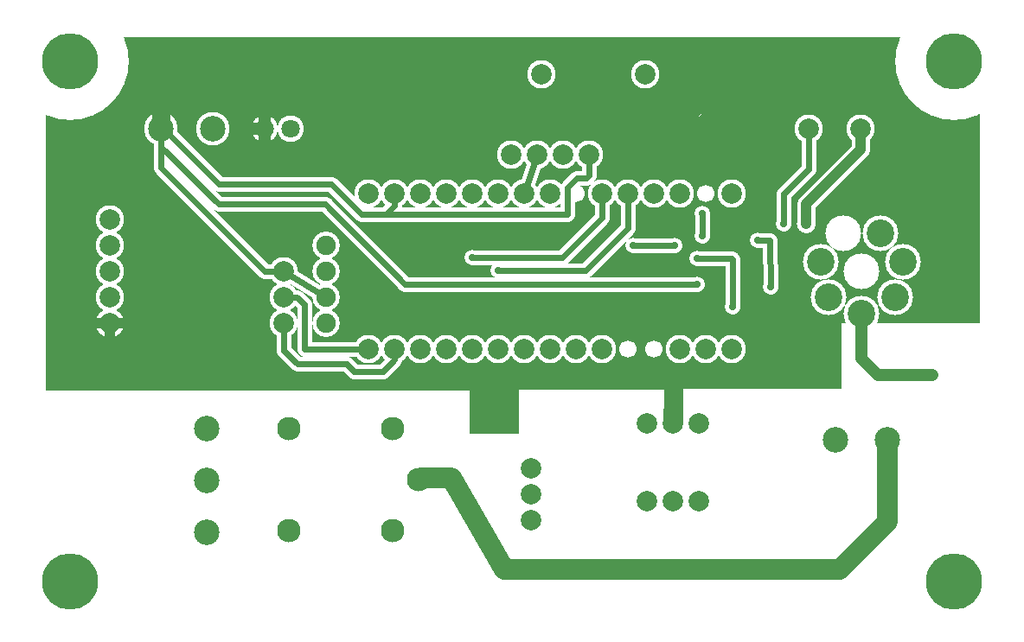
<source format=gbr>
%FSLAX34Y34*%
%MOMM*%
%LNCOPPER_BOTTOM*%
G71*
G01*
%ADD10C, 2.80*%
%ADD11C, 1.70*%
%ADD12C, 3.50*%
%ADD13C, 3.50*%
%ADD14C, 3.10*%
%ADD15C, 1.50*%
%ADD16C, 2.80*%
%ADD17C, 2.80*%
%ADD18C, 3.30*%
%ADD19C, 1.40*%
%ADD20C, 2.60*%
%ADD21C, 1.80*%
%ADD22C, 1.80*%
%ADD23C, 0.00*%
%ADD24C, 11.50*%
%ADD25C, 6.30*%
%ADD26C, 2.70*%
%ADD27C, 1.80*%
%ADD28C, 2.00*%
%ADD29C, 2.80*%
%ADD30C, 2.80*%
%ADD31C, 1.05*%
%ADD32C, 0.70*%
%ADD33C, 1.19*%
%ADD34C, 1.78*%
%ADD35C, 2.00*%
%ADD36C, 2.70*%
%ADD37C, 2.30*%
%ADD38C, 0.70*%
%ADD39C, 2.00*%
%ADD40C, 2.00*%
%ADD41C, 2.50*%
%ADD42C, 0.60*%
%ADD43C, 1.80*%
%ADD44C, 1.00*%
%ADD45C, 1.00*%
%ADD46C, 5.50*%
%ADD47C, 1.90*%
%ADD48C, 1.00*%
%ADD49C, 1.20*%
%ADD50C, 2.00*%
%LPD*%
G36*
X0Y1000000D02*
X955000Y1000000D01*
X955000Y401000D01*
X0Y401000D01*
X0Y1000000D01*
G37*
%LPC*%
X692630Y825547D02*
G54D10*
D03*
X667230Y825540D02*
G54D11*
D03*
X641830Y825547D02*
G54D10*
D03*
X616429Y825545D02*
G54D10*
D03*
X591030Y825547D02*
G54D10*
D03*
X565630Y825550D02*
G54D10*
D03*
X540230Y825550D02*
G54D11*
D03*
X514829Y825545D02*
G54D10*
D03*
X489430Y825547D02*
G54D10*
D03*
X464030Y825547D02*
G54D10*
D03*
X692630Y673147D02*
G54D10*
D03*
X667230Y673147D02*
G54D10*
D03*
X641830Y673147D02*
G54D10*
D03*
X616430Y673150D02*
G54D11*
D03*
X591030Y673150D02*
G54D11*
D03*
X565630Y673147D02*
G54D10*
D03*
X540230Y673147D02*
G54D10*
D03*
X514830Y673147D02*
G54D10*
D03*
X489430Y673147D02*
G54D10*
D03*
X464030Y673147D02*
G54D10*
D03*
X438630Y825547D02*
G54D10*
D03*
X413230Y825547D02*
G54D10*
D03*
X387830Y825547D02*
G54D10*
D03*
X362430Y825547D02*
G54D10*
D03*
X337030Y825547D02*
G54D10*
D03*
X438630Y673147D02*
G54D10*
D03*
X413230Y673147D02*
G54D10*
D03*
X387830Y673147D02*
G54D10*
D03*
X362430Y673147D02*
G54D10*
D03*
X337030Y673147D02*
G54D10*
D03*
X83900Y800100D02*
G54D10*
D03*
X83900Y774700D02*
G54D10*
D03*
X83900Y749300D02*
G54D10*
D03*
X83900Y723900D02*
G54D10*
D03*
X83900Y698500D02*
G54D10*
D03*
X476800Y863600D02*
G54D10*
D03*
X502200Y863600D02*
G54D10*
D03*
X527600Y863600D02*
G54D10*
D03*
X553000Y863600D02*
G54D10*
D03*
X819674Y707852D02*
G54D12*
D03*
X787244Y723452D02*
G54D12*
D03*
X852099Y723453D02*
G54D12*
D03*
X779204Y758552D02*
G54D12*
D03*
X860144Y758539D02*
G54D12*
D03*
X837774Y786702D02*
G54D12*
D03*
X801570Y786700D02*
G54D13*
D03*
X819670Y749350D02*
G54D13*
D03*
X258858Y594858D02*
G54D14*
D03*
X258858Y494858D02*
G54D14*
D03*
X360458Y494858D02*
G54D14*
D03*
X360458Y594858D02*
G54D14*
D03*
X385858Y544858D02*
G54D14*
D03*
X463399Y603773D02*
G54D15*
D03*
X660509Y599915D02*
G54D16*
D03*
X635110Y599910D02*
G54D16*
D03*
X609709Y599915D02*
G54D16*
D03*
X660509Y523715D02*
G54D16*
D03*
X635109Y523715D02*
G54D16*
D03*
X609709Y523715D02*
G54D16*
D03*
X496147Y555872D02*
G54D17*
D03*
X496118Y530518D02*
G54D17*
D03*
X496147Y505072D02*
G54D17*
D03*
X178139Y594858D02*
G54D18*
D03*
X178139Y544058D02*
G54D18*
D03*
X178139Y493258D02*
G54D18*
D03*
X794293Y584249D02*
G54D18*
D03*
X845092Y584250D02*
G54D18*
D03*
X658852Y736643D02*
G54D15*
D03*
X658733Y762119D02*
G54D15*
D03*
X718061Y779856D02*
G54D15*
D03*
X636645Y774701D02*
G54D15*
D03*
X595752Y774298D02*
G54D15*
D03*
G54D19*
X595752Y774298D02*
X636645Y774701D01*
G54D19*
X502200Y863600D02*
X489430Y825547D01*
X663623Y783777D02*
G54D15*
D03*
X663623Y805755D02*
G54D15*
D03*
G54D19*
X663623Y783777D02*
X663623Y805755D01*
X667359Y897150D02*
G54D15*
D03*
X743495Y795571D02*
G54D15*
D03*
G54D19*
X743495Y795571D02*
X743449Y825397D01*
X767360Y849264D01*
X767517Y889000D01*
X235486Y888974D02*
G54D20*
D03*
X260886Y888974D02*
G54D20*
D03*
X295460Y890393D02*
G54D15*
D03*
X323079Y890393D02*
G54D15*
D03*
X390936Y920077D02*
G54D15*
D03*
X391042Y905341D02*
G54D15*
D03*
X391167Y890652D02*
G54D15*
D03*
X390936Y875786D02*
G54D15*
D03*
X133890Y889050D02*
G54D18*
D03*
X184692Y889050D02*
G54D18*
D03*
X730400Y733901D02*
G54D15*
D03*
G54D19*
X730400Y733901D02*
X730000Y780000D01*
X718061Y779856D01*
X693444Y714196D02*
G54D15*
D03*
G54D19*
X693444Y714196D02*
X693444Y761256D01*
X692700Y762000D01*
X658852Y762000D01*
X658733Y762119D01*
G54D19*
X133890Y889050D02*
X133900Y850900D01*
X235282Y749356D01*
X254000Y749300D01*
X295000Y724200D01*
X765601Y795576D02*
G54D21*
D03*
G54D22*
X818317Y889000D02*
X818317Y868300D01*
X765319Y815678D01*
X765601Y795576D01*
G36*
X0Y1000000D02*
X20000Y1000000D01*
X20000Y400000D01*
X0Y400000D01*
X0Y1000000D01*
G37*
G54D23*
X0Y1000000D02*
X20000Y1000000D01*
X20000Y400000D01*
X0Y400000D01*
X0Y1000000D01*
G36*
X955000Y979950D02*
X955000Y999950D01*
X20000Y999950D01*
X20000Y979950D01*
X955000Y979950D01*
G37*
G54D23*
X955000Y979950D02*
X955000Y999950D01*
X20000Y999950D01*
X20000Y979950D01*
X955000Y979950D01*
G36*
X935000Y1000000D02*
X955000Y1000000D01*
X955000Y400000D01*
X935000Y400000D01*
X935000Y1000000D01*
G37*
G54D23*
X935000Y1000000D02*
X955000Y1000000D01*
X955000Y400000D01*
X935000Y400000D01*
X935000Y1000000D01*
G36*
X435000Y632700D02*
X435000Y400000D01*
X20000Y400000D01*
X20000Y632700D01*
X435000Y632700D01*
G37*
G54D23*
X435000Y632700D02*
X435000Y400000D01*
X20000Y400000D01*
X20000Y632700D01*
X435000Y632700D01*
G36*
X484693Y633566D02*
X625132Y633323D01*
X625000Y400000D01*
X484069Y400000D01*
X484393Y633583D01*
X484693Y633566D01*
G37*
G54D23*
X484693Y633566D02*
X625132Y633323D01*
X625000Y400000D01*
X484069Y400000D01*
X484393Y633583D01*
X484693Y633566D01*
G36*
X435000Y590000D02*
X484069Y590000D01*
X484069Y400000D01*
X435000Y400000D01*
X435000Y590000D01*
G37*
G54D23*
X435000Y590000D02*
X484069Y590000D01*
X484069Y400000D01*
X435000Y400000D01*
X435000Y590000D01*
G36*
X645054Y633929D02*
X953549Y634035D01*
X960000Y377500D01*
X645000Y392500D01*
X645136Y633732D01*
X645054Y633929D01*
G37*
G54D23*
X645054Y633929D02*
X953549Y634035D01*
X960000Y377500D01*
X645000Y392500D01*
X645136Y633732D01*
X645054Y633929D01*
G36*
X625000Y590000D02*
X645000Y590000D01*
X645000Y400000D01*
X625000Y400000D01*
X625000Y590000D01*
G37*
G54D23*
X625000Y590000D02*
X645000Y590000D01*
X645000Y400000D01*
X625000Y400000D01*
X625000Y590000D01*
X45000Y955000D02*
G54D24*
D03*
X910000Y955000D02*
G54D24*
D03*
X910000Y445000D02*
G54D25*
D03*
X45000Y445000D02*
G54D25*
D03*
G36*
X16918Y982362D02*
X83779Y982362D01*
X83779Y915501D01*
X16918Y915501D01*
X16918Y982362D01*
G37*
G54D23*
X16918Y982362D02*
X83779Y982362D01*
X83779Y915501D01*
X16918Y915501D01*
X16918Y982362D01*
G36*
X872304Y916088D02*
X938867Y916088D01*
X938867Y982806D01*
X872304Y982806D01*
X872304Y916088D01*
G37*
G54D23*
X872304Y916088D02*
X938867Y916088D01*
X938867Y982806D01*
X872304Y982806D01*
X872304Y916088D01*
X295000Y698800D02*
G54D26*
D03*
X295000Y724200D02*
G54D26*
D03*
X295000Y749600D02*
G54D26*
D03*
X295000Y775000D02*
G54D26*
D03*
X438632Y762575D02*
G54D15*
D03*
X464185Y749899D02*
G54D15*
D03*
G54D19*
X565630Y825550D02*
X565522Y801411D01*
X526853Y762698D01*
X438632Y762575D01*
G54D19*
X591030Y825547D02*
X590975Y791699D01*
X549620Y750236D01*
X463984Y750101D01*
X464185Y749899D01*
G54D19*
X133890Y889050D02*
X135950Y889050D01*
X190000Y835000D01*
X300000Y835000D01*
X330000Y805000D01*
X353893Y805000D01*
X362546Y813653D01*
X362546Y825431D01*
X362430Y825547D01*
G54D19*
X133890Y889050D02*
X133890Y871110D01*
X190000Y815000D01*
X294312Y815000D01*
X372470Y736842D01*
X450863Y736842D01*
X658852Y736643D01*
G54D19*
X531153Y805005D02*
X353893Y805000D01*
G36*
X800100Y698500D02*
X939800Y698500D01*
X939800Y628650D01*
X800100Y628650D01*
X800100Y698500D01*
G37*
G54D23*
X800100Y698500D02*
X939800Y698500D01*
X939800Y628650D01*
X800100Y628650D01*
X800100Y698500D01*
X889000Y647700D02*
G54D27*
D03*
G54D28*
X889000Y647700D02*
X835478Y647700D01*
X819315Y663863D01*
X819315Y707493D01*
G54D19*
X531153Y805005D02*
X531153Y831153D01*
X540959Y840959D01*
X550184Y840959D01*
X552768Y843542D01*
X552768Y863367D01*
X553000Y863600D01*
X254000Y749300D02*
G54D16*
D03*
X254000Y723900D02*
G54D16*
D03*
X254000Y698500D02*
G54D16*
D03*
G54D19*
X337030Y673147D02*
X274040Y673147D01*
X273958Y673065D01*
X273958Y716964D01*
X266667Y724256D01*
X254356Y724256D01*
X254000Y723900D01*
G54D19*
X362430Y673147D02*
X362430Y662727D01*
X351042Y651339D01*
X322470Y651339D01*
X315476Y658333D01*
X267262Y658333D01*
X254018Y671577D01*
X254018Y698482D01*
X254000Y698500D01*
G54D29*
X845092Y584250D02*
X845092Y504223D01*
X845206Y504110D01*
X798296Y457200D01*
X469900Y457200D01*
X418300Y546900D01*
X387900Y546900D01*
X385858Y544858D01*
X506200Y942000D02*
G54D30*
D03*
X607800Y942000D02*
G54D30*
D03*
X767517Y889000D02*
G54D30*
D03*
X818317Y889000D02*
G54D30*
D03*
%LPD*%
G54D31*
G36*
X89133Y698500D02*
X89133Y684000D01*
X78667Y684000D01*
X78667Y698500D01*
X89133Y698500D01*
G37*
G36*
X83900Y693267D02*
X69400Y693267D01*
X69400Y703733D01*
X83900Y703733D01*
X83900Y693267D01*
G37*
G36*
X83900Y703733D02*
X98400Y703733D01*
X98400Y693267D01*
X83900Y693267D01*
X83900Y703733D01*
G37*
G54D32*
G36*
X459899Y603773D02*
X459899Y611773D01*
X466899Y611773D01*
X466899Y603773D01*
X459899Y603773D01*
G37*
G36*
X460924Y606247D02*
X466581Y611904D01*
X471530Y606955D01*
X465874Y601298D01*
X460924Y606247D01*
G37*
G36*
X463399Y607273D02*
X471399Y607273D01*
X471399Y600273D01*
X463399Y600273D01*
X463399Y607273D01*
G37*
G36*
X465874Y606247D02*
X471530Y600591D01*
X466581Y595641D01*
X460924Y601298D01*
X465874Y606247D01*
G37*
G36*
X466899Y603773D02*
X466899Y595773D01*
X459899Y595773D01*
X459899Y603773D01*
X466899Y603773D01*
G37*
G36*
X465874Y601298D02*
X460217Y595641D01*
X455267Y600591D01*
X460924Y606247D01*
X465874Y601298D01*
G37*
G36*
X463399Y600273D02*
X455399Y600273D01*
X455399Y607273D01*
X463399Y607273D01*
X463399Y600273D01*
G37*
G36*
X460924Y601298D02*
X455267Y606955D01*
X460217Y611904D01*
X465874Y606247D01*
X460924Y601298D01*
G37*
G54D28*
G36*
X625110Y599910D02*
X625110Y614410D01*
X645110Y614410D01*
X645110Y599910D01*
X625110Y599910D01*
G37*
G54D32*
G36*
X670859Y897150D02*
X670859Y889150D01*
X663859Y889150D01*
X663859Y897150D01*
X670859Y897150D01*
G37*
G36*
X669834Y894675D02*
X664177Y889018D01*
X659227Y893968D01*
X664884Y899625D01*
X669834Y894675D01*
G37*
G36*
X667359Y893650D02*
X659359Y893650D01*
X659359Y900650D01*
X667359Y900650D01*
X667359Y893650D01*
G37*
G36*
X664884Y894675D02*
X659227Y900332D01*
X664177Y905282D01*
X669834Y899625D01*
X664884Y894675D01*
G37*
G36*
X663859Y897150D02*
X663859Y905150D01*
X670859Y905150D01*
X670859Y897150D01*
X663859Y897150D01*
G37*
G36*
X664884Y899625D02*
X670541Y905282D01*
X675490Y900332D01*
X669834Y894675D01*
X664884Y899625D01*
G37*
G36*
X667359Y900650D02*
X675359Y900650D01*
X675359Y893650D01*
X667359Y893650D01*
X667359Y900650D01*
G37*
G36*
X669834Y899625D02*
X675490Y893968D01*
X670541Y889018D01*
X664884Y894675D01*
X669834Y899625D01*
G37*
G54D33*
G36*
X229546Y888974D02*
X229546Y902474D01*
X241426Y902474D01*
X241426Y888974D01*
X229546Y888974D01*
G37*
G36*
X241426Y888974D02*
X241426Y875474D01*
X229546Y875474D01*
X229546Y888974D01*
X241426Y888974D01*
G37*
G36*
X235486Y883034D02*
X221986Y883034D01*
X221986Y894914D01*
X235486Y894914D01*
X235486Y883034D01*
G37*
G54D32*
G36*
X291960Y890393D02*
X291960Y898393D01*
X298960Y898393D01*
X298960Y890393D01*
X291960Y890393D01*
G37*
G36*
X292985Y892868D02*
X298642Y898524D01*
X303592Y893575D01*
X297935Y887918D01*
X292985Y892868D01*
G37*
G36*
X295460Y893893D02*
X303460Y893893D01*
X303460Y886893D01*
X295460Y886893D01*
X295460Y893893D01*
G37*
G36*
X297935Y892868D02*
X303592Y887211D01*
X298642Y882261D01*
X292985Y887918D01*
X297935Y892868D01*
G37*
G36*
X298960Y890393D02*
X298960Y882393D01*
X291960Y882393D01*
X291960Y890393D01*
X298960Y890393D01*
G37*
G36*
X297935Y887918D02*
X292278Y882261D01*
X287329Y887211D01*
X292985Y892868D01*
X297935Y887918D01*
G37*
G36*
X295460Y886893D02*
X287460Y886893D01*
X287460Y893893D01*
X295460Y893893D01*
X295460Y886893D01*
G37*
G36*
X292985Y887918D02*
X287329Y893575D01*
X292278Y898524D01*
X297935Y892868D01*
X292985Y887918D01*
G37*
G54D32*
G36*
X319579Y890393D02*
X319579Y898393D01*
X326579Y898393D01*
X326579Y890393D01*
X319579Y890393D01*
G37*
G36*
X320604Y892868D02*
X326261Y898524D01*
X331211Y893575D01*
X325554Y887918D01*
X320604Y892868D01*
G37*
G36*
X323079Y893893D02*
X331079Y893893D01*
X331079Y886893D01*
X323079Y886893D01*
X323079Y893893D01*
G37*
G36*
X325554Y892868D02*
X331211Y887211D01*
X326261Y882261D01*
X320604Y887918D01*
X325554Y892868D01*
G37*
G36*
X326579Y890393D02*
X326579Y882393D01*
X319579Y882393D01*
X319579Y890393D01*
X326579Y890393D01*
G37*
G36*
X325554Y887918D02*
X319897Y882261D01*
X314948Y887211D01*
X320604Y892868D01*
X325554Y887918D01*
G37*
G36*
X323079Y886893D02*
X315079Y886893D01*
X315079Y893893D01*
X323079Y893893D01*
X323079Y886893D01*
G37*
G36*
X320604Y887918D02*
X314948Y893575D01*
X319897Y898524D01*
X325554Y892868D01*
X320604Y887918D01*
G37*
G54D32*
G36*
X394436Y920077D02*
X394436Y912077D01*
X387436Y912077D01*
X387436Y920077D01*
X394436Y920077D01*
G37*
G36*
X393411Y917602D02*
X387754Y911945D01*
X382805Y916895D01*
X388461Y922552D01*
X393411Y917602D01*
G37*
G36*
X390936Y916577D02*
X382936Y916577D01*
X382936Y923577D01*
X390936Y923577D01*
X390936Y916577D01*
G37*
G36*
X388461Y917602D02*
X382805Y923259D01*
X387754Y928208D01*
X393411Y922552D01*
X388461Y917602D01*
G37*
G36*
X387436Y920077D02*
X387436Y928077D01*
X394436Y928077D01*
X394436Y920077D01*
X387436Y920077D01*
G37*
G36*
X388461Y922552D02*
X394118Y928208D01*
X399068Y923259D01*
X393411Y917602D01*
X388461Y922552D01*
G37*
G36*
X390936Y923577D02*
X398936Y923577D01*
X398936Y916577D01*
X390936Y916577D01*
X390936Y923577D01*
G37*
G36*
X393411Y922552D02*
X399068Y916895D01*
X394118Y911945D01*
X388461Y917602D01*
X393411Y922552D01*
G37*
G54D32*
G36*
X394542Y905341D02*
X394542Y897341D01*
X387542Y897341D01*
X387542Y905341D01*
X394542Y905341D01*
G37*
G36*
X393517Y902866D02*
X387860Y897209D01*
X382911Y902159D01*
X388567Y907816D01*
X393517Y902866D01*
G37*
G36*
X391042Y901841D02*
X383042Y901841D01*
X383042Y908841D01*
X391042Y908841D01*
X391042Y901841D01*
G37*
G36*
X388567Y902866D02*
X382911Y908523D01*
X387860Y913472D01*
X393517Y907816D01*
X388567Y902866D01*
G37*
G36*
X387542Y905341D02*
X387542Y913341D01*
X394542Y913341D01*
X394542Y905341D01*
X387542Y905341D01*
G37*
G36*
X388567Y907816D02*
X394224Y913472D01*
X399174Y908523D01*
X393517Y902866D01*
X388567Y907816D01*
G37*
G36*
X391042Y908841D02*
X399042Y908841D01*
X399042Y901841D01*
X391042Y901841D01*
X391042Y908841D01*
G37*
G36*
X393517Y907816D02*
X399174Y902159D01*
X394224Y897209D01*
X388567Y902866D01*
X393517Y907816D01*
G37*
G54D32*
G36*
X394667Y890652D02*
X394667Y882652D01*
X387667Y882652D01*
X387667Y890652D01*
X394667Y890652D01*
G37*
G36*
X393642Y888177D02*
X387985Y882520D01*
X383036Y887470D01*
X388692Y893127D01*
X393642Y888177D01*
G37*
G36*
X391167Y887152D02*
X383167Y887152D01*
X383167Y894152D01*
X391167Y894152D01*
X391167Y887152D01*
G37*
G36*
X388692Y888177D02*
X383036Y893834D01*
X387985Y898783D01*
X393642Y893127D01*
X388692Y888177D01*
G37*
G36*
X387667Y890652D02*
X387667Y898652D01*
X394667Y898652D01*
X394667Y890652D01*
X387667Y890652D01*
G37*
G36*
X388692Y893127D02*
X394349Y898783D01*
X399299Y893834D01*
X393642Y888177D01*
X388692Y893127D01*
G37*
G36*
X391167Y894152D02*
X399167Y894152D01*
X399167Y887152D01*
X391167Y887152D01*
X391167Y894152D01*
G37*
G36*
X393642Y893127D02*
X399299Y887470D01*
X394349Y882520D01*
X388692Y888177D01*
X393642Y893127D01*
G37*
G54D32*
G36*
X394436Y875786D02*
X394436Y867786D01*
X387436Y867786D01*
X387436Y875786D01*
X394436Y875786D01*
G37*
G36*
X393411Y873311D02*
X387754Y867654D01*
X382805Y872604D01*
X388461Y878261D01*
X393411Y873311D01*
G37*
G36*
X390936Y872286D02*
X382936Y872286D01*
X382936Y879286D01*
X390936Y879286D01*
X390936Y872286D01*
G37*
G36*
X388461Y873311D02*
X382805Y878968D01*
X387754Y883917D01*
X393411Y878261D01*
X388461Y873311D01*
G37*
G36*
X387436Y875786D02*
X387436Y883786D01*
X394436Y883786D01*
X394436Y875786D01*
X387436Y875786D01*
G37*
G36*
X388461Y878261D02*
X394118Y883917D01*
X399068Y878968D01*
X393411Y873311D01*
X388461Y878261D01*
G37*
G36*
X390936Y879286D02*
X398936Y879286D01*
X398936Y872286D01*
X390936Y872286D01*
X390936Y879286D01*
G37*
G36*
X393411Y878261D02*
X399068Y872604D01*
X394118Y867654D01*
X388461Y873311D01*
X393411Y878261D01*
G37*
G54D34*
G36*
X124973Y889050D02*
X124973Y906050D01*
X142807Y906050D01*
X142807Y889050D01*
X124973Y889050D01*
G37*
X692630Y825547D02*
G54D35*
D03*
X641830Y825547D02*
G54D35*
D03*
X616429Y825545D02*
G54D35*
D03*
X591030Y825547D02*
G54D35*
D03*
X565630Y825550D02*
G54D35*
D03*
X514829Y825545D02*
G54D35*
D03*
X489430Y825547D02*
G54D35*
D03*
X464030Y825547D02*
G54D35*
D03*
X692630Y673147D02*
G54D35*
D03*
X667230Y673147D02*
G54D35*
D03*
X641830Y673147D02*
G54D35*
D03*
X565630Y673147D02*
G54D35*
D03*
X540230Y673147D02*
G54D35*
D03*
X514830Y673147D02*
G54D35*
D03*
X489430Y673147D02*
G54D35*
D03*
X464030Y673147D02*
G54D35*
D03*
X438630Y825547D02*
G54D35*
D03*
X413230Y825547D02*
G54D35*
D03*
X387830Y825547D02*
G54D35*
D03*
X362430Y825547D02*
G54D35*
D03*
X337030Y825547D02*
G54D35*
D03*
X438630Y673147D02*
G54D35*
D03*
X413230Y673147D02*
G54D35*
D03*
X387830Y673147D02*
G54D35*
D03*
X362430Y673147D02*
G54D35*
D03*
X337030Y673147D02*
G54D35*
D03*
X83900Y800100D02*
G54D35*
D03*
X83900Y774700D02*
G54D35*
D03*
X83900Y749300D02*
G54D35*
D03*
X83900Y723900D02*
G54D35*
D03*
X83900Y698500D02*
G54D35*
D03*
X476800Y863600D02*
G54D35*
D03*
X502200Y863600D02*
G54D35*
D03*
X527600Y863600D02*
G54D35*
D03*
X553000Y863600D02*
G54D35*
D03*
X819674Y707852D02*
G54D36*
D03*
X787244Y723452D02*
G54D36*
D03*
X852099Y723453D02*
G54D36*
D03*
X779204Y758552D02*
G54D36*
D03*
X860144Y758539D02*
G54D36*
D03*
X837774Y786702D02*
G54D36*
D03*
X258858Y594858D02*
G54D37*
D03*
X258858Y494858D02*
G54D37*
D03*
X360458Y494858D02*
G54D37*
D03*
X360458Y594858D02*
G54D37*
D03*
X385858Y544858D02*
G54D37*
D03*
X463399Y603773D02*
G54D38*
D03*
X660509Y599915D02*
G54D39*
D03*
X635110Y599910D02*
G54D39*
D03*
X609709Y599915D02*
G54D39*
D03*
X660509Y523715D02*
G54D39*
D03*
X635109Y523715D02*
G54D39*
D03*
X609709Y523715D02*
G54D39*
D03*
X496147Y555872D02*
G54D40*
D03*
X496118Y530518D02*
G54D40*
D03*
X496147Y505072D02*
G54D40*
D03*
X178139Y594858D02*
G54D41*
D03*
X178139Y544058D02*
G54D41*
D03*
X178139Y493258D02*
G54D41*
D03*
X794293Y584249D02*
G54D41*
D03*
X845092Y584250D02*
G54D41*
D03*
X658852Y736643D02*
G54D38*
D03*
X658733Y762119D02*
G54D38*
D03*
X718061Y779856D02*
G54D38*
D03*
X636645Y774701D02*
G54D38*
D03*
X595752Y774298D02*
G54D38*
D03*
G54D42*
X595752Y774298D02*
X636645Y774701D01*
G54D42*
X502200Y863600D02*
X489430Y825547D01*
X663623Y783777D02*
G54D38*
D03*
X663623Y805755D02*
G54D38*
D03*
G54D42*
X663623Y783777D02*
X663623Y805755D01*
X667359Y897150D02*
G54D38*
D03*
X743495Y795571D02*
G54D38*
D03*
G54D42*
X743495Y795571D02*
X743449Y825397D01*
X767360Y849264D01*
X767517Y889000D01*
X235486Y888974D02*
G54D43*
D03*
X260886Y888974D02*
G54D43*
D03*
X295460Y890393D02*
G54D38*
D03*
X323079Y890393D02*
G54D38*
D03*
X390936Y920077D02*
G54D38*
D03*
X391042Y905341D02*
G54D38*
D03*
X391167Y890652D02*
G54D38*
D03*
X390936Y875786D02*
G54D38*
D03*
X133890Y889050D02*
G54D41*
D03*
X184692Y889050D02*
G54D41*
D03*
X730400Y733901D02*
G54D38*
D03*
G54D42*
X730400Y733901D02*
X730000Y780000D01*
X718061Y779856D01*
X693444Y714196D02*
G54D38*
D03*
G54D42*
X693444Y714196D02*
X693444Y761256D01*
X692700Y762000D01*
X658852Y762000D01*
X658733Y762119D01*
G54D42*
X133890Y889050D02*
X133900Y850900D01*
X235282Y749356D01*
X254000Y749300D01*
X295000Y724200D01*
X765601Y795576D02*
G54D44*
D03*
G54D45*
X818317Y889000D02*
X818317Y868300D01*
X765319Y815678D01*
X765601Y795576D01*
X45000Y955000D02*
G54D46*
D03*
X910000Y955000D02*
G54D46*
D03*
X910000Y445000D02*
G54D46*
D03*
X45000Y445000D02*
G54D46*
D03*
X295000Y698800D02*
G54D47*
D03*
X295000Y724200D02*
G54D47*
D03*
X295000Y749600D02*
G54D47*
D03*
X295000Y775000D02*
G54D47*
D03*
X438632Y762575D02*
G54D38*
D03*
X464185Y749899D02*
G54D38*
D03*
G54D42*
X565630Y825550D02*
X565522Y801411D01*
X526853Y762698D01*
X438632Y762575D01*
G54D42*
X591030Y825547D02*
X590975Y791699D01*
X549620Y750236D01*
X463984Y750101D01*
X464185Y749899D01*
G54D42*
X133890Y889050D02*
X135950Y889050D01*
X190000Y835000D01*
X300000Y835000D01*
X330000Y805000D01*
X353893Y805000D01*
X362546Y813653D01*
X362546Y825431D01*
X362430Y825547D01*
G54D42*
X133890Y889050D02*
X133890Y871110D01*
X190000Y815000D01*
X294312Y815000D01*
X372470Y736842D01*
X450863Y736842D01*
X658852Y736643D01*
G54D42*
X531153Y805005D02*
X353893Y805000D01*
X889000Y647700D02*
G54D48*
D03*
G54D49*
X889000Y647700D02*
X835478Y647700D01*
X819315Y663863D01*
X819315Y707493D01*
G54D42*
X531153Y805005D02*
X531153Y831153D01*
X540959Y840959D01*
X550184Y840959D01*
X552768Y843542D01*
X552768Y863367D01*
X553000Y863600D01*
X254000Y749300D02*
G54D39*
D03*
X254000Y723900D02*
G54D39*
D03*
X254000Y698500D02*
G54D39*
D03*
G54D42*
X337030Y673147D02*
X274040Y673147D01*
X273958Y673065D01*
X273958Y716964D01*
X266667Y724256D01*
X254356Y724256D01*
X254000Y723900D01*
G54D42*
X362430Y673147D02*
X362430Y662727D01*
X351042Y651339D01*
X322470Y651339D01*
X315476Y658333D01*
X267262Y658333D01*
X254018Y671577D01*
X254018Y698482D01*
X254000Y698500D01*
G54D28*
X845092Y584250D02*
X845092Y504223D01*
X845206Y504110D01*
X798296Y457200D01*
X469900Y457200D01*
X418300Y546900D01*
X387900Y546900D01*
X385858Y544858D01*
X506200Y942000D02*
G54D50*
D03*
X607800Y942000D02*
G54D50*
D03*
X767517Y889000D02*
G54D50*
D03*
X818317Y889000D02*
G54D50*
D03*
M02*

</source>
